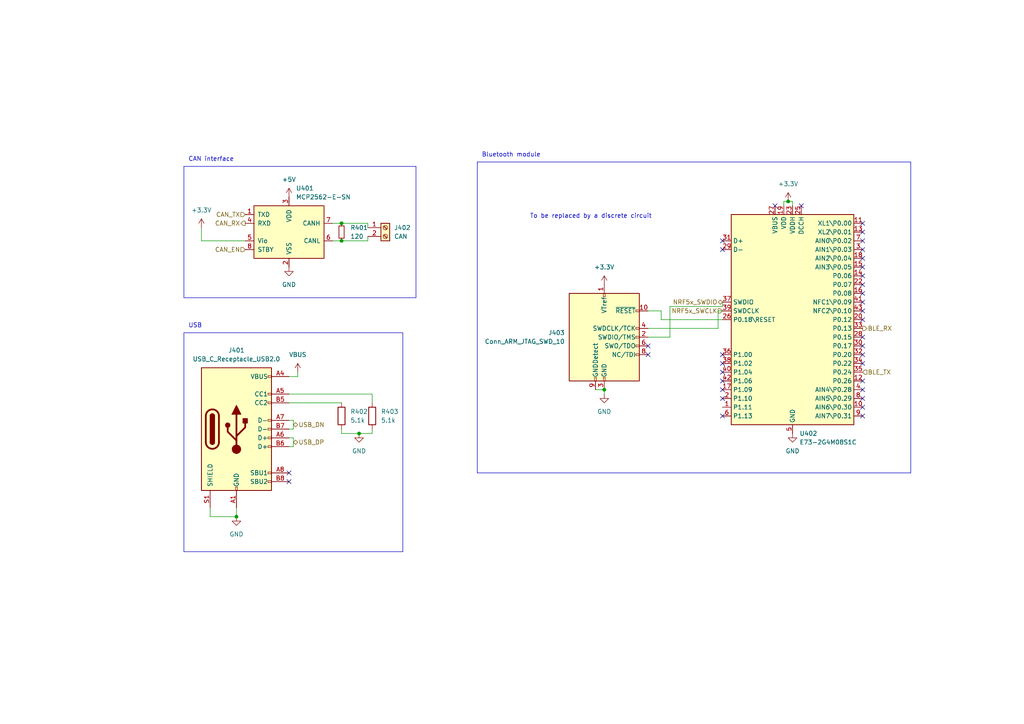
<source format=kicad_sch>
(kicad_sch (version 20230121) (generator eeschema)
  (paper "A4")
  (lib_symbols
    (symbol "Connector:Conn_ARM_JTAG_SWD_10" (pin_names (offset 1.016))
      (property "Reference" "J" (at -2.54 16.51 0))
      (property "Value" "Conn_ARM_JTAG_SWD_10" (at -2.54 13.97 0))
      (symbol "Conn_ARM_JTAG_SWD_10_0_1"
        (rectangle (start -10.16 12.7) (end 10.16 -12.7) (stroke (width 0.254)) (fill (type background)))
        (rectangle (start -2.794 -12.7) (end -2.286 -11.684))
        (rectangle (start -0.254 -12.7) (end 0.254 -11.684))
        (rectangle (start -0.254 12.7) (end 0.254 11.684))
        (rectangle (start 9.144 2.286) (end 10.16 2.794))
        (rectangle (start 10.16 -2.794) (end 9.144 -2.286))
        (rectangle (start 10.16 -0.254) (end 9.144 0.254))
        (rectangle (start 10.16 7.874) (end 9.144 7.366))
      )
      (symbol "Conn_ARM_JTAG_SWD_10_1_1"
        (rectangle (start 9.144 -5.334) (end 10.16 -4.826))
        (pin power_in line (at 0 15.24 270) (length 2.54) (name "VTref") (number "1"))
        (pin open_collector line (at 12.7 7.62 180) (length 2.54) (name "~{RESET}") (number "10"))
        (pin bidirectional line (at 12.7 0 180) (length 2.54) (name "SWDIO/TMS") (number "2"))
        (pin power_in line (at 0 -15.24 90) (length 2.54) (name "GND") (number "3"))
        (pin output line (at 12.7 2.54 180) (length 2.54) (name "SWDCLK/TCK") (number "4"))
        (pin passive line (at 0 -15.24 90) (length 2.54) hide (name "GND") (number "5"))
        (pin input line (at 12.7 -2.54 180) (length 2.54) (name "SWO/TDO") (number "6"))
        (pin no_connect line (at -10.16 0 0) (length 2.54) hide (name "KEY") (number "7"))
        (pin output line (at 12.7 -5.08 180) (length 2.54) (name "NC/TDI") (number "8"))
        (pin passive line (at -2.54 -15.24 90) (length 2.54) (name "GNDDetect") (number "9"))
      )
    )
    (symbol "Connector:Screw_Terminal_01x02" (pin_names (offset 1.016) hide)
      (property "Reference" "J" (at 0 2.54 0))
      (property "Value" "Screw_Terminal_01x02" (at 0 -5.08 0))
      (symbol "Screw_Terminal_01x02_1_1"
        (rectangle (start -1.27 1.27) (end 1.27 -3.81) (stroke (width 0.254)) (fill (type background)))
        (circle (center 0 -2.54) (radius 0.635) (stroke (width 0.1524)))
        (polyline (pts (xy -0.5334 -2.2098) (xy 0.3302 -3.048)) (stroke (width 0.1524)))
        (polyline (pts (xy -0.5334 0.3302) (xy 0.3302 -0.508)) (stroke (width 0.1524)))
        (polyline (pts (xy -0.3556 -2.032) (xy 0.508 -2.8702)) (stroke (width 0.1524)))
        (polyline (pts (xy -0.3556 0.508) (xy 0.508 -0.3302)) (stroke (width 0.1524)))
        (circle (center 0 0) (radius 0.635) (stroke (width 0.1524)))
        (pin passive line (at -5.08 0 0) (length 3.81) (name "Pin_1") (number "1"))
        (pin passive line (at -5.08 -2.54 0) (length 3.81) (name "Pin_2") (number "2"))
      )
    )
    (symbol "Connector:USB_C_Receptacle_USB2.0" (pin_names (offset 1.016))
      (property "Reference" "J" (at -10.16 19.05 0))
      (property "Value" "USB_C_Receptacle_USB2.0" (at 19.05 19.05 0))
      (symbol "USB_C_Receptacle_USB2.0_0_0"
        (rectangle (start -0.254 -17.78) (end 0.254 -16.764))
        (rectangle (start 10.16 -14.986) (end 9.144 -15.494))
        (rectangle (start 10.16 -12.446) (end 9.144 -12.954))
        (rectangle (start 10.16 -4.826) (end 9.144 -5.334))
        (rectangle (start 10.16 -2.286) (end 9.144 -2.794))
        (rectangle (start 10.16 0.254) (end 9.144 -0.254))
        (rectangle (start 10.16 2.794) (end 9.144 2.286))
        (rectangle (start 10.16 7.874) (end 9.144 7.366))
        (rectangle (start 10.16 10.414) (end 9.144 9.906))
        (rectangle (start 10.16 15.494) (end 9.144 14.986))
      )
      (symbol "USB_C_Receptacle_USB2.0_0_1"
        (rectangle (start -10.16 17.78) (end 10.16 -17.78) (stroke (width 0.254)) (fill (type background)))
        (arc (start -8.89 -3.81) (mid -6.985 -5.7067) (end -5.08 -3.81) (stroke (width 0.508)))
        (arc (start -7.62 -3.81) (mid -6.985 -4.4423) (end -6.35 -3.81) (stroke (width 0.254)))
        (arc (start -7.62 -3.81) (mid -6.985 -4.4423) (end -6.35 -3.81) (stroke (width 0.254)) (fill (type outline)))
        (rectangle (start -7.62 -3.81) (end -6.35 3.81) (stroke (width 0.254)) (fill (type outline)))
        (arc (start -6.35 3.81) (mid -6.985 4.4423) (end -7.62 3.81) (stroke (width 0.254)))
        (arc (start -6.35 3.81) (mid -6.985 4.4423) (end -7.62 3.81) (stroke (width 0.254)) (fill (type outline)))
        (arc (start -5.08 3.81) (mid -6.985 5.7067) (end -8.89 3.81) (stroke (width 0.508)))
        (circle (center -2.54 1.143) (radius 0.635) (stroke (width 0.254)) (fill (type outline)))
        (circle (center 0 -5.842) (radius 1.27) (fill (type outline)))
        (polyline (pts (xy -8.89 -3.81) (xy -8.89 3.81)) (stroke (width 0.508)))
        (polyline (pts (xy -5.08 3.81) (xy -5.08 -3.81)) (stroke (width 0.508)))
        (polyline (pts (xy 0 -5.842) (xy 0 4.318)) (stroke (width 0.508)))
        (polyline (pts (xy 0 -3.302) (xy -2.54 -0.762) (xy -2.54 0.508)) (stroke (width 0.508)))
        (polyline (pts (xy 0 -2.032) (xy 2.54 0.508) (xy 2.54 1.778)) (stroke (width 0.508)))
        (polyline (pts (xy -1.27 4.318) (xy 0 6.858) (xy 1.27 4.318) (xy -1.27 4.318)) (stroke (width 0.254)) (fill (type outline)))
        (rectangle (start 1.905 1.778) (end 3.175 3.048) (stroke (width 0.254)) (fill (type outline)))
      )
      (symbol "USB_C_Receptacle_USB2.0_1_1"
        (pin passive line (at 0 -22.86 90) (length 5.08) (name "GND") (number "A1"))
        (pin passive line (at 0 -22.86 90) (length 5.08) hide (name "GND") (number "A12"))
        (pin passive line (at 15.24 15.24 180) (length 5.08) (name "VBUS") (number "A4"))
        (pin bidirectional line (at 15.24 10.16 180) (length 5.08) (name "CC1") (number "A5"))
        (pin bidirectional line (at 15.24 -2.54 180) (length 5.08) (name "D+") (number "A6"))
        (pin bidirectional line (at 15.24 2.54 180) (length 5.08) (name "D-") (number "A7"))
        (pin bidirectional line (at 15.24 -12.7 180) (length 5.08) (name "SBU1") (number "A8"))
        (pin passive line (at 15.24 15.24 180) (length 5.08) hide (name "VBUS") (number "A9"))
        (pin passive line (at 0 -22.86 90) (length 5.08) hide (name "GND") (number "B1"))
        (pin passive line (at 0 -22.86 90) (length 5.08) hide (name "GND") (number "B12"))
        (pin passive line (at 15.24 15.24 180) (length 5.08) hide (name "VBUS") (number "B4"))
        (pin bidirectional line (at 15.24 7.62 180) (length 5.08) (name "CC2") (number "B5"))
        (pin bidirectional line (at 15.24 -5.08 180) (length 5.08) (name "D+") (number "B6"))
        (pin bidirectional line (at 15.24 0 180) (length 5.08) (name "D-") (number "B7"))
        (pin bidirectional line (at 15.24 -15.24 180) (length 5.08) (name "SBU2") (number "B8"))
        (pin passive line (at 15.24 15.24 180) (length 5.08) hide (name "VBUS") (number "B9"))
        (pin passive line (at -7.62 -22.86 90) (length 5.08) (name "SHIELD") (number "S1"))
      )
    )
    (symbol "Device:R" (pin_numbers hide) (pin_names (offset 0))
      (property "Reference" "R" (at 2.032 0 90))
      (property "Value" "R" (at 0 0 90))
      (symbol "R_0_1"
        (rectangle (start -1.016 -2.54) (end 1.016 2.54) (stroke (width 0.254)))
      )
      (symbol "R_1_1"
        (pin passive line (at 0 3.81 270) (length 1.27) (name "~") (number "1"))
        (pin passive line (at 0 -3.81 90) (length 1.27) (name "~") (number "2"))
      )
    )
    (symbol "Device:R_Small" (pin_numbers hide) (pin_names (offset 0.254) hide)
      (property "Reference" "R" (at 0.762 0.508 0))
      (property "Value" "R_Small" (at 0.762 -1.016 0))
      (symbol "R_Small_0_1"
        (rectangle (start -0.762 1.778) (end 0.762 -1.778) (stroke (width 0.2032)))
      )
      (symbol "R_Small_1_1"
        (pin passive line (at 0 2.54 270) (length 0.762) (name "~") (number "1"))
        (pin passive line (at 0 -2.54 90) (length 0.762) (name "~") (number "2"))
      )
    )
    (symbol "Interface_CAN_LIN:MCP2562-E-SN" (pin_names (offset 1.016))
      (property "Reference" "U" (at -10.16 8.89 0))
      (property "Value" "MCP2562-E-SN" (at 2.54 8.89 0))
      (symbol "MCP2562-E-SN_0_1"
        (rectangle (start -10.16 7.62) (end 10.16 -7.62) (stroke (width 0.254)) (fill (type background)))
      )
      (symbol "MCP2562-E-SN_1_1"
        (pin input line (at -12.7 5.08 0) (length 2.54) (name "TXD") (number "1"))
        (pin power_in line (at 0 -10.16 90) (length 2.54) (name "VSS") (number "2"))
        (pin power_in line (at 0 10.16 270) (length 2.54) (name "VDD") (number "3"))
        (pin output line (at -12.7 2.54 0) (length 2.54) (name "RXD") (number "4"))
        (pin power_in line (at -12.7 -2.54 0) (length 2.54) (name "Vio") (number "5"))
        (pin bidirectional line (at 12.7 -2.54 180) (length 2.54) (name "CANL") (number "6"))
        (pin bidirectional line (at 12.7 2.54 180) (length 2.54) (name "CANH") (number "7"))
        (pin input line (at -12.7 -5.08 0) (length 2.54) (name "STBY") (number "8"))
      )
    )
    (symbol "power:+3.3V" (power) (pin_names (offset 0))
      (property "Value" "+3.3V" (at 0 3.556 0))
      (symbol "+3.3V_0_1"
        (polyline (pts (xy -0.762 1.27) (xy 0 2.54)))
        (polyline (pts (xy 0 0) (xy 0 2.54)))
        (polyline (pts (xy 0 2.54) (xy 0.762 1.27)))
      )
      (symbol "+3.3V_1_1"
        (pin power_in line (at 0 0 90) (length 0) hide (name "+3.3V") (number "1"))
      )
    )
    (symbol "power:+5V" (power) (pin_names (offset 0))
      (property "Value" "+5V" (at 0 3.556 0))
      (symbol "+5V_0_1"
        (polyline (pts (xy -0.762 1.27) (xy 0 2.54)))
        (polyline (pts (xy 0 0) (xy 0 2.54)))
        (polyline (pts (xy 0 2.54) (xy 0.762 1.27)))
      )
      (symbol "+5V_1_1"
        (pin power_in line (at 0 0 90) (length 0) hide (name "+5V") (number "1"))
      )
    )
    (symbol "power:GND" (power) (pin_names (offset 0))
      (property "Value" "GND" (at 0 -3.81 0))
      (symbol "GND_0_1"
        (polyline (pts (xy 0 0) (xy 0 -1.27) (xy 1.27 -1.27) (xy 0 -2.54) (xy -1.27 -1.27) (xy 0 -1.27)))
      )
      (symbol "GND_1_1"
        (pin power_in line (at 0 0 270) (length 0) hide (name "GND") (number "1"))
      )
    )
    (symbol "power:VBUS" (power) (pin_names (offset 0))
      (property "Value" "VBUS" (at 0 3.81 0))
      (symbol "VBUS_0_1"
        (polyline (pts (xy -0.762 1.27) (xy 0 2.54)))
        (polyline (pts (xy 0 0) (xy 0 2.54)))
        (polyline (pts (xy 0 2.54) (xy 0.762 1.27)))
      )
      (symbol "VBUS_1_1"
        (pin power_in line (at 0 0 90) (length 0) hide (name "VBUS") (number "1"))
      )
    )
    (symbol "vesc-bms:E73-2G4M08S1C"
      (property "Reference" "U" (at 0 -10.16 0))
      (property "Value" "E73-2G4M08S1C" (at 0 -12.7 0))
      (symbol "E73-2G4M08S1C_0_1"
        (rectangle (start -17.78 30.48) (end 17.78 -30.48) (stroke (width 0.254)) (fill (type background)))
      )
      (symbol "E73-2G4M08S1C_1_1"
        (pin bidirectional line (at -20.32 -25.4 0) (length 2.54) (name "P1.11") (number "1"))
        (pin bidirectional line (at 20.32 -25.4 180) (length 2.54) (name "AIN6\\P0.30") (number "10"))
        (pin bidirectional line (at 20.32 27.94 180) (length 2.54) (name "XL1\\P0.00") (number "11"))
        (pin bidirectional line (at 20.32 -17.78 180) (length 2.54) (name "P0.26") (number "12"))
        (pin bidirectional line (at 20.32 25.4 180) (length 2.54) (name "XL2\\P0.01") (number "13"))
        (pin bidirectional line (at 20.32 12.7 180) (length 2.54) (name "P0.06") (number "14"))
        (pin bidirectional line (at 20.32 15.24 180) (length 2.54) (name "AIN3\\P0.05") (number "15"))
        (pin bidirectional line (at 20.32 7.62 180) (length 2.54) (name "P0.08") (number "16"))
        (pin bidirectional line (at -20.32 -20.32 0) (length 2.54) (name "P1.09") (number "17"))
        (pin bidirectional line (at 20.32 17.78 180) (length 2.54) (name "AIN2\\P0.04") (number "18"))
        (pin power_in line (at -2.54 33.02 270) (length 2.54) (name "VDD") (number "19"))
        (pin bidirectional line (at -20.32 -22.86 0) (length 2.54) (name "P1.10") (number "2"))
        (pin bidirectional line (at 20.32 0 180) (length 2.54) (name "P0.12") (number "20"))
        (pin passive line (at 0 -33.02 90) (length 2.54) hide (name "GND") (number "21"))
        (pin bidirectional line (at 20.32 10.16 180) (length 2.54) (name "P0.07") (number "22"))
        (pin power_in line (at 0 33.02 270) (length 2.54) (name "VDDH") (number "23"))
        (pin passive line (at 0 -33.02 90) (length 2.54) hide (name "GND") (number "24"))
        (pin power_out line (at 2.54 33.02 270) (length 2.54) (name "DCCH") (number "25"))
        (pin bidirectional line (at -20.32 0 0) (length 2.54) (name "P0.18\\RESET") (number "26"))
        (pin power_in line (at -5.08 33.02 270) (length 2.54) (name "VBUS") (number "27"))
        (pin bidirectional line (at 20.32 -5.08 180) (length 2.54) (name "P0.15") (number "28"))
        (pin bidirectional line (at -20.32 20.32 0) (length 2.54) (name "D-") (number "29"))
        (pin bidirectional line (at 20.32 20.32 180) (length 2.54) (name "AIN1\\P0.03") (number "3"))
        (pin bidirectional line (at 20.32 -7.62 180) (length 2.54) (name "P0.17") (number "30"))
        (pin bidirectional line (at -20.32 22.86 0) (length 2.54) (name "D+") (number "31"))
        (pin bidirectional line (at 20.32 -10.16 180) (length 2.54) (name "P0.20") (number "32"))
        (pin bidirectional line (at 20.32 -2.54 180) (length 2.54) (name "P0.13") (number "33"))
        (pin bidirectional line (at 20.32 -12.7 180) (length 2.54) (name "P0.22") (number "34"))
        (pin bidirectional line (at 20.32 -15.24 180) (length 2.54) (name "P0.24") (number "35"))
        (pin bidirectional line (at -20.32 -10.16 0) (length 2.54) (name "P1.00") (number "36"))
        (pin bidirectional line (at -20.32 5.08 0) (length 2.54) (name "SWDIO") (number "37"))
        (pin bidirectional line (at -20.32 -12.7 0) (length 2.54) (name "P1.02") (number "38"))
        (pin bidirectional line (at -20.32 2.54 0) (length 2.54) (name "SWDCLK") (number "39"))
        (pin bidirectional line (at 20.32 -20.32 180) (length 2.54) (name "AIN4\\P0.28") (number "4"))
        (pin bidirectional line (at -20.32 -15.24 0) (length 2.54) (name "P1.04") (number "40"))
        (pin bidirectional line (at 20.32 5.08 180) (length 2.54) (name "NFC1\\P0.09") (number "41"))
        (pin bidirectional line (at -20.32 -17.78 0) (length 2.54) (name "P1.06") (number "42"))
        (pin bidirectional line (at 20.32 2.54 180) (length 2.54) (name "NFC2\\P0.10") (number "43"))
        (pin power_in line (at 0 -33.02 90) (length 2.54) (name "GND") (number "5"))
        (pin bidirectional line (at -20.32 -27.94 0) (length 2.54) (name "P1.13") (number "6"))
        (pin bidirectional line (at 20.32 22.86 180) (length 2.54) (name "AIN0\\P0.02") (number "7"))
        (pin bidirectional line (at 20.32 -22.86 180) (length 2.54) (name "AIN5\\P0.29") (number "8"))
        (pin bidirectional line (at 20.32 -27.94 180) (length 2.54) (name "AIN7\\P0.31") (number "9"))
      )
    )
  )
  (junction (at 175.26 113.03))
  (junction (at 68.58 149.86))
  (junction (at 228.6 58.42))
  (junction (at 104.14 125.73))
  (junction (at 99.06 69.85))
  (junction (at 99.06 64.77))
  (no_connect (at 187.96 102.87))
  (no_connect (at 187.96 100.33))
  (no_connect (at 83.82 137.16))
  (no_connect (at 250.19 82.55))
  (no_connect (at 250.19 80.01))
  (no_connect (at 224.79 59.69))
  (no_connect (at 209.55 69.85))
  (no_connect (at 209.55 72.39))
  (no_connect (at 209.55 102.87))
  (no_connect (at 209.55 105.41))
  (no_connect (at 209.55 107.95))
  (no_connect (at 209.55 110.49))
  (no_connect (at 209.55 113.03))
  (no_connect (at 250.19 69.85))
  (no_connect (at 250.19 67.31))
  (no_connect (at 250.19 64.77))
  (no_connect (at 250.19 85.09))
  (no_connect (at 250.19 92.71))
  (no_connect (at 250.19 90.17))
  (no_connect (at 250.19 87.63))
  (no_connect (at 250.19 74.93))
  (no_connect (at 250.19 72.39))
  (no_connect (at 250.19 77.47))
  (no_connect (at 250.19 113.03))
  (no_connect (at 250.19 110.49))
  (no_connect (at 250.19 105.41))
  (no_connect (at 209.55 115.57))
  (no_connect (at 250.19 115.57))
  (no_connect (at 209.55 120.65))
  (no_connect (at 250.19 120.65))
  (no_connect (at 250.19 118.11))
  (no_connect (at 250.19 102.87))
  (no_connect (at 250.19 100.33))
  (no_connect (at 250.19 97.79))
  (no_connect (at 83.82 139.7))
  (no_connect (at 232.41 59.69))
  (wire (pts (xy 68.58 149.86) (xy 60.96 149.86)))
  (polyline (pts (xy 138.43 46.99) (xy 138.43 137.16)))
  (polyline (pts (xy 116.84 160.02) (xy 53.34 160.02)))
  (polyline (pts (xy 53.34 86.36) (xy 120.65 86.36)))
  (wire (pts (xy 86.36 109.22) (xy 83.82 109.22)))
  (wire (pts (xy 187.96 95.25) (xy 208.28 95.25)))
  (wire (pts (xy 229.87 59.69) (xy 229.87 58.42)))
  (wire (pts (xy 187.96 90.17) (xy 191.77 90.17)))
  (wire (pts (xy 107.95 125.73) (xy 104.14 125.73)))
  (wire (pts (xy 96.52 64.77) (xy 99.06 64.77)))
  (polyline (pts (xy 53.34 96.52) (xy 116.84 96.52)))
  (wire (pts (xy 208.28 90.17) (xy 209.55 90.17)))
  (wire (pts (xy 194.31 97.79) (xy 194.31 88.9)))
  (wire (pts (xy 227.33 59.69) (xy 227.33 58.42)))
  (wire (pts (xy 209.55 88.9) (xy 209.55 87.63)))
  (wire (pts (xy 175.26 113.03) (xy 175.26 114.3)))
  (wire (pts (xy 106.68 69.85) (xy 106.68 68.58)))
  (polyline (pts (xy 264.16 137.16) (xy 138.43 137.16)))
  (polyline (pts (xy 53.34 48.26) (xy 120.65 48.26)))
  (wire (pts (xy 58.42 69.85) (xy 58.42 66.04)))
  (polyline (pts (xy 116.84 96.52) (xy 116.84 160.02)))
  (polyline (pts (xy 138.43 46.99) (xy 264.16 46.99)))
  (wire (pts (xy 68.58 147.32) (xy 68.58 149.86)))
  (polyline (pts (xy 120.65 86.36) (xy 120.65 48.26)))
  (wire (pts (xy 99.06 64.77) (xy 106.68 64.77)))
  (polyline (pts (xy 53.34 48.26) (xy 53.34 86.36)))
  (wire (pts (xy 85.09 124.46) (xy 83.82 124.46)))
  (wire (pts (xy 208.28 95.25) (xy 208.28 90.17)))
  (wire (pts (xy 83.82 121.92) (xy 85.09 121.92)))
  (wire (pts (xy 187.96 97.79) (xy 194.31 97.79)))
  (wire (pts (xy 191.77 92.71) (xy 209.55 92.71)))
  (wire (pts (xy 229.87 58.42) (xy 228.6 58.42)))
  (polyline (pts (xy 264.16 46.99) (xy 264.16 137.16)))
  (polyline (pts (xy 53.34 160.02) (xy 53.34 96.52)))
  (wire (pts (xy 227.33 58.42) (xy 228.6 58.42)))
  (wire (pts (xy 85.09 127) (xy 85.09 129.54)))
  (wire (pts (xy 86.36 107.95) (xy 86.36 109.22)))
  (wire (pts (xy 83.82 116.84) (xy 99.06 116.84)))
  (wire (pts (xy 99.06 125.73) (xy 104.14 125.73)))
  (wire (pts (xy 85.09 129.54) (xy 83.82 129.54)))
  (wire (pts (xy 96.52 69.85) (xy 99.06 69.85)))
  (wire (pts (xy 107.95 116.84) (xy 107.95 114.3)))
  (wire (pts (xy 106.68 64.77) (xy 106.68 66.04)))
  (wire (pts (xy 85.09 121.92) (xy 85.09 124.46)))
  (wire (pts (xy 99.06 69.85) (xy 106.68 69.85)))
  (wire (pts (xy 85.09 127) (xy 83.82 127)))
  (wire (pts (xy 191.77 90.17) (xy 191.77 92.71)))
  (wire (pts (xy 71.12 69.85) (xy 58.42 69.85)))
  (wire (pts (xy 172.72 113.03) (xy 175.26 113.03)))
  (wire (pts (xy 99.06 124.46) (xy 99.06 125.73)))
  (wire (pts (xy 60.96 149.86) (xy 60.96 147.32)))
  (wire (pts (xy 194.31 88.9) (xy 209.55 88.9)))
  (wire (pts (xy 107.95 124.46) (xy 107.95 125.73)))
  (wire (pts (xy 83.82 114.3) (xy 107.95 114.3)))
  (text "USB" (at 54.61 95.25 0) (effects (font (size 1.27 1.27)) (justify left bottom)))
  (text "Bluetooth module" (at 139.7 45.72 0) (effects (font (size 1.27 1.27)) (justify left bottom)))
  (text "CAN interface" (at 54.61 46.99 0) (effects (font (size 1.27 1.27)) (justify left bottom)))
  (text "To be replaced by a discrete circuit" (at 153.67 63.5 0) (effects (font (size 1.27 1.27)) (justify left bottom)))
  (hierarchical_label "CAN_TX" (shape input) (at 71.12 62.23 180))
  (hierarchical_label "CAN_EN" (shape input) (at 71.12 72.39 180))
  (hierarchical_label "USB_DN" (shape bidirectional) (at 85.09 123.19 0))
  (hierarchical_label "USB_DP" (shape bidirectional) (at 85.09 128.27 0))
  (hierarchical_label "NRF5x_SWCLK" (shape input) (at 209.55 90.17 180))
  (hierarchical_label "CAN_RX" (shape output) (at 71.12 64.77 180))
  (hierarchical_label "BLE_TX" (shape input) (at 250.19 107.95 0))
  (hierarchical_label "NRF5x_SWDIO" (shape bidirectional) (at 209.55 87.63 180))
  (hierarchical_label "BLE_RX" (shape output) (at 250.19 95.25 0))
  (symbol (lib_id "Connector:USB_C_Receptacle_USB2.0") (at 68.58 124.46 0) (unit 1)
    (property "Reference" "J401" (at 68.58 101.6 0))
    (property "Value" "USB_C_Receptacle_USB2.0" (at 68.58 104.14 0))
    (property "Datasheet" "https://www.usb.org/sites/default/files/documents/usb_type-c.zip" (effects hide))
  )
  (symbol (lib_id "power:GND") (at 104.14 125.73 0) (unit 1)
    (property "Reference" "#PWR0406" (effects hide))
    (property "Value" "GND" (at 104.14 130.81 0))
  )
  (symbol (lib_id "Device:R_Small") (at 99.06 67.31 0) (unit 1)
    (property "Reference" "R401" (at 101.6 66.0399 0) (effects (justify left)))
    (property "Value" "120" (at 101.6 68.5799 0) (effects (justify left)))
    (property "Footprint" "Resistor_SMD:R_0603_1608Metric" (effects hide))
  )
  (symbol (lib_id "power:+3.3V") (at 58.42 66.04 0) (unit 1)
    (property "Reference" "#PWR0401" (effects hide))
    (property "Value" "+3.3V" (at 58.42 60.96 0))
  )
  (symbol (lib_id "power:+3.3V") (at 175.26 82.55 0) (unit 1)
    (property "Reference" "#PWR0407" (effects hide))
    (property "Value" "+3.3V" (at 175.26 77.47 0))
  )
  (symbol (lib_id "power:GND") (at 175.26 114.3 0) (unit 1)
    (property "Reference" "#PWR0408" (effects hide))
    (property "Value" "GND" (at 175.26 119.38 0))
  )
  (symbol (lib_id "power:GND") (at 229.87 125.73 0) (unit 1)
    (property "Reference" "#PWR0410" (effects hide))
    (property "Value" "GND" (at 229.87 130.81 0))
  )
  (symbol (lib_id "power:GND") (at 68.58 149.86 0) (unit 1)
    (property "Reference" "#PWR0402" (effects hide))
    (property "Value" "GND" (at 68.58 154.94 0))
  )
  (symbol (lib_id "Device:R") (at 99.06 120.65 0) (unit 1)
    (property "Reference" "R402" (at 101.6 119.3799 0) (effects (justify left)))
    (property "Value" "5.1k" (at 101.6 121.9199 0) (effects (justify left)))
    (property "Footprint" "Resistor_SMD:R_0603_1608Metric" (effects hide))
  )
  (symbol (lib_id "power:GND") (at 83.82 77.47 0) (unit 1)
    (property "Reference" "#PWR0404" (effects hide))
    (property "Value" "GND" (at 83.82 82.55 0))
  )
  (symbol (lib_id "vesc-bms:E73-2G4M08S1C") (at 229.87 92.71 0) (unit 1)
    (property "Reference" "U402" (at 231.8894 125.73 0) (effects (justify left)))
    (property "Value" "E73-2G4M08S1C" (at 231.8894 128.27 0) (effects (justify left)))
    (property "Footprint" "vesc-bms:E73-2G4M08S1C" (effects hide))
    (property "Datasheet" "http://www.ebyte.com/en/downpdf.aspx?id=445" (effects hide))
  )
  (symbol (lib_id "power:+3.3V") (at 228.6 58.42 0) (unit 1)
    (property "Reference" "#PWR0409" (effects hide))
    (property "Value" "+3.3V" (at 228.6 53.34 0))
  )
  (symbol (lib_id "Device:R") (at 107.95 120.65 0) (unit 1)
    (property "Reference" "R403" (at 110.49 119.3799 0) (effects (justify left)))
    (property "Value" "5.1k" (at 110.49 121.9199 0) (effects (justify left)))
    (property "Footprint" "Resistor_SMD:R_0603_1608Metric" (effects hide))
  )
  (symbol (lib_id "Interface_CAN_LIN:MCP2562-E-SN") (at 83.82 67.31 0) (unit 1)
    (property "Reference" "U401" (at 85.8394 54.61 0) (effects (justify left)))
    (property "Value" "MCP2562-E-SN" (at 85.8394 57.15 0) (effects (justify left)))
    (property "Footprint" "Package_SO:SOIC-8_3.9x4.9mm_P1.27mm" (effects hide))
    (property "Datasheet" "http://ww1.microchip.com/downloads/en/DeviceDoc/25167A.pdf" (effects hide))
  )
  (symbol (lib_id "Connector:Screw_Terminal_01x02") (at 111.76 66.04 0) (unit 1)
    (property "Reference" "J402" (at 114.3 66.0399 0) (effects (justify left)))
    (property "Value" "CAN" (at 114.3 68.5799 0) (effects (justify left)))
  )
  (symbol (lib_id "power:VBUS") (at 86.36 107.95 0) (unit 1)
    (property "Reference" "#PWR0405" (effects hide))
    (property "Value" "VBUS" (at 86.36 102.87 0))
  )
  (symbol (lib_id "power:+5V") (at 83.82 57.15 0) (unit 1)
    (property "Reference" "#PWR0403" (effects hide))
    (property "Value" "+5V" (at 83.82 52.07 0))
  )
  (symbol (lib_id "Connector:Conn_ARM_JTAG_SWD_10") (at 175.26 97.79 0) (unit 1)
    (property "Reference" "J403" (at 163.83 96.5199 0) (effects (justify right)))
    (property "Value" "Conn_ARM_JTAG_SWD_10" (at 163.83 99.0599 0) (effects (justify right)))
    (property "Footprint" "Connector_PinHeader_1.27mm:PinHeader_2x05_P1.27mm_Vertical_SMD" (effects hide))
    (property "Datasheet" "http://infocenter.arm.com/help/topic/com.arm.doc.ddi0314h/DDI0314H_coresight_components_trm.pdf" (effects hide))
  )
)
</source>
